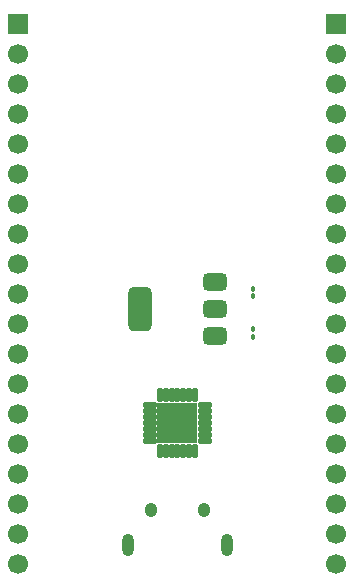
<source format=gbr>
%TF.GenerationSoftware,KiCad,Pcbnew,9.0.5*%
%TF.CreationDate,2025-10-26T01:34:21+08:00*%
%TF.ProjectId,KiCAD_Proj (ESP32),4b694341-445f-4507-926f-6a2028455350,rev?*%
%TF.SameCoordinates,Original*%
%TF.FileFunction,Soldermask,Bot*%
%TF.FilePolarity,Negative*%
%FSLAX46Y46*%
G04 Gerber Fmt 4.6, Leading zero omitted, Abs format (unit mm)*
G04 Created by KiCad (PCBNEW 9.0.5) date 2025-10-26 01:34:21*
%MOMM*%
%LPD*%
G01*
G04 APERTURE LIST*
G04 Aperture macros list*
%AMRoundRect*
0 Rectangle with rounded corners*
0 $1 Rounding radius*
0 $2 $3 $4 $5 $6 $7 $8 $9 X,Y pos of 4 corners*
0 Add a 4 corners polygon primitive as box body*
4,1,4,$2,$3,$4,$5,$6,$7,$8,$9,$2,$3,0*
0 Add four circle primitives for the rounded corners*
1,1,$1+$1,$2,$3*
1,1,$1+$1,$4,$5*
1,1,$1+$1,$6,$7*
1,1,$1+$1,$8,$9*
0 Add four rect primitives between the rounded corners*
20,1,$1+$1,$2,$3,$4,$5,0*
20,1,$1+$1,$4,$5,$6,$7,0*
20,1,$1+$1,$6,$7,$8,$9,0*
20,1,$1+$1,$8,$9,$2,$3,0*%
G04 Aperture macros list end*
%ADD10R,1.700000X1.700000*%
%ADD11C,1.700000*%
%ADD12O,1.000000X1.900000*%
%ADD13O,1.050000X1.250000*%
%ADD14RoundRect,0.375000X0.625000X0.375000X-0.625000X0.375000X-0.625000X-0.375000X0.625000X-0.375000X0*%
%ADD15RoundRect,0.500000X0.500000X1.400000X-0.500000X1.400000X-0.500000X-1.400000X0.500000X-1.400000X0*%
%ADD16RoundRect,0.100000X0.100000X-0.130000X0.100000X0.130000X-0.100000X0.130000X-0.100000X-0.130000X0*%
%ADD17RoundRect,0.118500X0.488500X0.118500X-0.488500X0.118500X-0.488500X-0.118500X0.488500X-0.118500X0*%
%ADD18RoundRect,0.118500X0.118500X0.488500X-0.118500X0.488500X-0.118500X-0.488500X0.118500X-0.488500X0*%
%ADD19RoundRect,0.102000X1.625000X1.625000X-1.625000X1.625000X-1.625000X-1.625000X1.625000X-1.625000X0*%
G04 APERTURE END LIST*
D10*
%TO.C,J2*%
X133837000Y-74930000D03*
D11*
X133837000Y-77470000D03*
X133837000Y-80010000D03*
X133837000Y-82550000D03*
X133837000Y-85090000D03*
X133837000Y-87630000D03*
X133837000Y-90170000D03*
X133837000Y-92710000D03*
X133837000Y-95250000D03*
X133837000Y-97790000D03*
X133837000Y-100330000D03*
X133837000Y-102870000D03*
X133837000Y-105410000D03*
X133837000Y-107950000D03*
X133837000Y-110490000D03*
X133837000Y-113030000D03*
X133837000Y-115570000D03*
X133837000Y-118110000D03*
X133837000Y-120650000D03*
%TD*%
D10*
%TO.C,J3*%
X160761000Y-74930000D03*
D11*
X160761000Y-77470000D03*
X160761000Y-80010000D03*
X160761000Y-82550000D03*
X160761000Y-85090000D03*
X160761000Y-87630000D03*
X160761000Y-90170000D03*
X160761000Y-92710000D03*
X160761000Y-95250000D03*
X160761000Y-97790000D03*
X160761000Y-100330000D03*
X160761000Y-102870000D03*
X160761000Y-105410000D03*
X160761000Y-107950000D03*
X160761000Y-110490000D03*
X160761000Y-113030000D03*
X160761000Y-115570000D03*
X160761000Y-118110000D03*
X160761000Y-120650000D03*
%TD*%
D12*
%TO.C,J1*%
X143124000Y-119078000D03*
D13*
X145074000Y-116078000D03*
X149524000Y-116078000D03*
D12*
X151474000Y-119078000D03*
%TD*%
D14*
%TO.C,U2*%
X150449000Y-96760000D03*
X150449000Y-99060000D03*
D15*
X144149000Y-99060000D03*
D14*
X150449000Y-101360000D03*
%TD*%
D16*
%TO.C,C1*%
X153663116Y-101412000D03*
X153663116Y-100772000D03*
%TD*%
D17*
%TO.C,U1*%
X149659000Y-107212000D03*
X149659000Y-107712000D03*
X149659000Y-108212000D03*
X149659000Y-108712000D03*
X149659000Y-109212000D03*
X149659000Y-109712000D03*
X149659000Y-110212000D03*
D18*
X148799000Y-111072000D03*
X148299000Y-111072000D03*
X147799000Y-111072000D03*
X147299000Y-111072000D03*
X146799000Y-111072000D03*
X146299000Y-111072000D03*
X145799000Y-111072000D03*
D17*
X144939000Y-110212000D03*
X144939000Y-109712000D03*
X144939000Y-109212000D03*
X144939000Y-108712000D03*
X144939000Y-108212000D03*
X144939000Y-107712000D03*
X144939000Y-107212000D03*
D18*
X145799000Y-106352000D03*
X146299000Y-106352000D03*
X146799000Y-106352000D03*
X147299000Y-106352000D03*
X147799000Y-106352000D03*
X148299000Y-106352000D03*
X148799000Y-106352000D03*
D19*
X147299000Y-108712000D03*
%TD*%
D16*
%TO.C,C2*%
X153663116Y-97983000D03*
X153663116Y-97343000D03*
%TD*%
M02*

</source>
